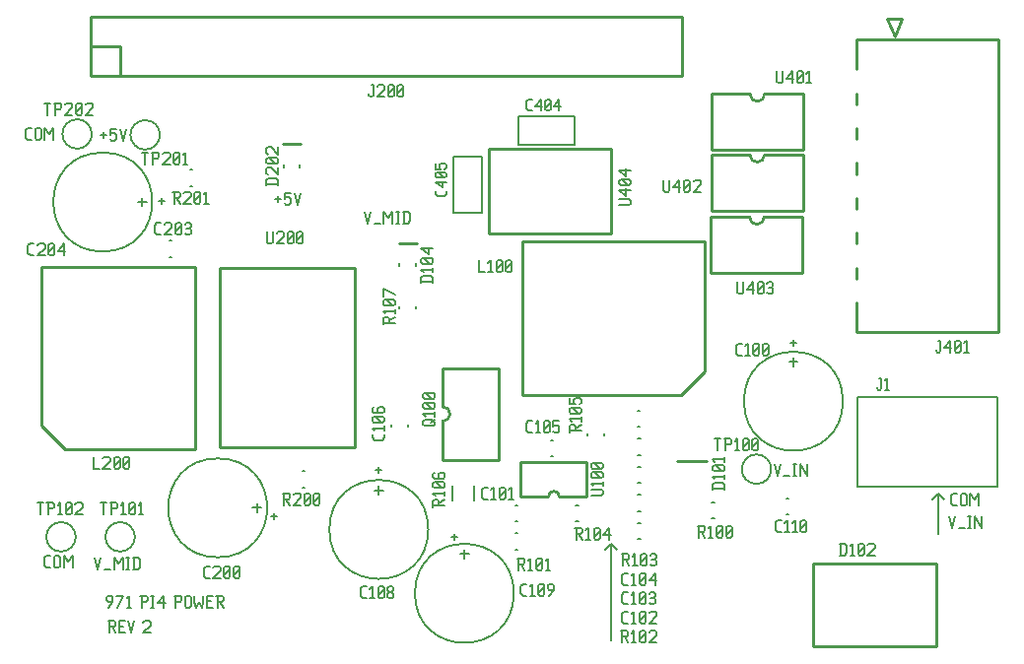
<source format=gbr>
G04 start of page 10 for group -4079 idx -4079 *
G04 Title: RspPiPS, topsilk *
G04 Creator: pcb 4.0.2 *
G04 CreationDate: Thu Dec 16 04:25:21 2021 UTC *
G04 For: austin *
G04 Format: Gerber/RS-274X *
G04 PCB-Dimensions (mil): 10000.00 10000.00 *
G04 PCB-Coordinate-Origin: lower left *
%MOIN*%
%FSLAX25Y25*%
%LNTOPSILK*%
%ADD108C,0.0050*%
%ADD107C,0.0080*%
%ADD106C,0.0060*%
%ADD105C,0.0100*%
G54D105*X234500Y729000D02*X240500D01*
X273884Y695409D02*X279884D01*
G54D106*X345500Y561000D02*Y593500D01*
X343500Y591500D01*
X345500Y593500D02*X347500Y591500D01*
X456193Y596942D02*Y610721D01*
X454224Y608753D01*
X456193Y610721D02*X458161Y608753D01*
G54D107*X230500Y603000D02*X232500D01*
X231500Y604000D02*Y602000D01*
X192500Y709500D02*X194500D01*
X193500Y710500D02*Y708500D01*
X171000Y589000D02*X172000Y585000D01*
X173000Y589000D01*
X174200Y585000D02*X176200D01*
X177400Y589000D02*Y585000D01*
Y589000D02*X178900Y587000D01*
X180400Y589000D01*
Y585000D01*
X181600Y589000D02*X182600D01*
X182100D02*Y585000D01*
X181600D02*X182600D01*
X184300Y589000D02*Y585000D01*
X185600Y589000D02*X186300Y588300D01*
Y585700D01*
X185600Y585000D02*X186300Y585700D01*
X183800Y585000D02*X185600D01*
X183800Y589000D02*X185600D01*
X154700Y585500D02*X156000D01*
X154000Y586200D02*X154700Y585500D01*
X154000Y588800D02*Y586200D01*
Y588800D02*X154700Y589500D01*
X156000D01*
X157200Y589000D02*Y586000D01*
Y589000D02*X157700Y589500D01*
X158700D01*
X159200Y589000D01*
Y586000D01*
X158700Y585500D02*X159200Y586000D01*
X157700Y585500D02*X158700D01*
X157200Y586000D02*X157700Y585500D01*
X160400Y589500D02*Y585500D01*
Y589500D02*X161900Y587500D01*
X163400Y589500D01*
Y585500D01*
X266000Y618500D02*X268000D01*
X267000Y619500D02*Y617500D01*
X291500Y596000D02*X293500D01*
X292500Y597000D02*Y595000D01*
X406200Y661700D02*X408200D01*
X407200Y662700D02*Y660700D01*
X400811Y620630D02*X401811Y616630D01*
X402811Y620630D01*
X404011Y616630D02*X406011D01*
X407211Y620630D02*X408211D01*
X407711D02*Y616630D01*
X407211D02*X408211D01*
X409411Y620630D02*Y616630D01*
Y620630D02*X411911Y616630D01*
Y620630D02*Y616630D01*
X459866Y602913D02*X460866Y598913D01*
X461866Y602913D01*
X463066Y598913D02*X465066D01*
X466266Y602913D02*X467266D01*
X466766D02*Y598913D01*
X466266D02*X467266D01*
X468466Y602913D02*Y598913D01*
Y602913D02*X470966Y598913D01*
Y602913D02*Y598913D01*
X461342Y606567D02*X462642D01*
X460642Y607267D02*X461342Y606567D01*
X460642Y609867D02*Y607267D01*
Y609867D02*X461342Y610567D01*
X462642D01*
X463842Y610067D02*Y607067D01*
Y610067D02*X464342Y610567D01*
X465342D01*
X465842Y610067D01*
Y607067D01*
X465342Y606567D02*X465842Y607067D01*
X464342Y606567D02*X465342D01*
X463842Y607067D02*X464342Y606567D01*
X467042Y610567D02*Y606567D01*
Y610567D02*X468542Y608567D01*
X470042Y610567D01*
Y606567D01*
X173000Y732000D02*X175000D01*
X174000Y733000D02*Y731000D01*
X176200Y734000D02*X178200D01*
X176200D02*Y732000D01*
X176700Y732500D01*
X177700D01*
X178200Y732000D01*
Y730500D01*
X177700Y730000D02*X178200Y730500D01*
X176700Y730000D02*X177700D01*
X176200Y730500D02*X176700Y730000D01*
X179400Y734000D02*X180400Y730000D01*
X181400Y734000D01*
X148239Y730394D02*X149539D01*
X147539Y731094D02*X148239Y730394D01*
X147539Y733694D02*Y731094D01*
Y733694D02*X148239Y734394D01*
X149539D01*
X150739Y733894D02*Y730894D01*
Y733894D02*X151239Y734394D01*
X152239D01*
X152739Y733894D01*
Y730894D01*
X152239Y730394D02*X152739Y730894D01*
X151239Y730394D02*X152239D01*
X150739Y730894D02*X151239Y730394D01*
X153939Y734394D02*Y730394D01*
Y734394D02*X155439Y732394D01*
X156939Y734394D01*
Y730394D01*
X232002Y710393D02*X234002D01*
X233002Y711393D02*Y709393D01*
X235202Y712393D02*X237202D01*
X235202D02*Y710393D01*
X235702Y710893D01*
X236702D01*
X237202Y710393D01*
Y708893D01*
X236702Y708393D02*X237202Y708893D01*
X235702Y708393D02*X236702D01*
X235202Y708893D02*X235702Y708393D01*
X238402Y712393D02*X239402Y708393D01*
X240402Y712393D01*
X262312Y706112D02*X263312Y702112D01*
X264312Y706112D01*
X265512Y702112D02*X267512D01*
X268712Y706112D02*Y702112D01*
Y706112D02*X270212Y704112D01*
X271712Y706112D01*
Y702112D01*
X272912Y706112D02*X273912D01*
X273412D02*Y702112D01*
X272912D02*X273912D01*
X275612Y706112D02*Y702112D01*
X276912Y706112D02*X277612Y705412D01*
Y702812D01*
X276912Y702112D02*X277612Y702812D01*
X275112Y702112D02*X276912D01*
X275112Y706112D02*X276912D01*
X348270Y708300D02*X351665D01*
X352150Y708785D01*
Y709755D02*Y708785D01*
Y709755D02*X351665Y710240D01*
X348270D02*X351665D01*
X350695Y711404D02*X348270Y713344D01*
X350695Y713829D02*Y711404D01*
X348270Y713344D02*X352150D01*
X351665Y714993D02*X352150Y715478D01*
X348755Y714993D02*X351665D01*
X348755D02*X348270Y715478D01*
Y716448D02*Y715478D01*
Y716448D02*X348755Y716933D01*
X351665D01*
X352150Y716448D02*X351665Y716933D01*
X352150Y716448D02*Y715478D01*
X351180Y714993D02*X349240Y716933D01*
X350695Y718097D02*X348270Y720037D01*
X350695Y720522D02*Y718097D01*
X348270Y720037D02*X352150D01*
X175429Y567567D02*X177429D01*
X177929Y567067D01*
Y566067D01*
X177429Y565567D02*X177929Y566067D01*
X175929Y565567D02*X177429D01*
X175929Y567567D02*Y563567D01*
X176729Y565567D02*X177929Y563567D01*
X179129Y565767D02*X180629D01*
X179129Y563567D02*X181129D01*
X179129Y567567D02*Y563567D01*
Y567567D02*X181129D01*
X182329D02*X183329Y563567D01*
X184329Y567567D01*
X187329Y567067D02*X187829Y567567D01*
X189329D01*
X189829Y567067D01*
Y566067D01*
X187329Y563567D02*X189829Y566067D01*
X187329Y563567D02*X189829D01*
X175429Y572067D02*X176929Y574067D01*
Y575567D02*Y574067D01*
X176429Y576067D02*X176929Y575567D01*
X175429Y576067D02*X176429D01*
X174929Y575567D02*X175429Y576067D01*
X174929Y575567D02*Y574567D01*
X175429Y574067D01*
X176929D01*
X178629Y572067D02*X180629Y576067D01*
X178129D02*X180629D01*
X181829Y575267D02*X182629Y576067D01*
Y572067D01*
X181829D02*X183329D01*
X186829Y576067D02*Y572067D01*
X186329Y576067D02*X188329D01*
X188829Y575567D01*
Y574567D01*
X188329Y574067D02*X188829Y574567D01*
X186829Y574067D02*X188329D01*
X190029Y576067D02*X191029D01*
X190529D02*Y572067D01*
X190029D02*X191029D01*
X192229Y573567D02*X194229Y576067D01*
X192229Y573567D02*X194729D01*
X194229Y576067D02*Y572067D01*
X198229Y576067D02*Y572067D01*
X197729Y576067D02*X199729D01*
X200229Y575567D01*
Y574567D01*
X199729Y574067D02*X200229Y574567D01*
X198229Y574067D02*X199729D01*
X201429Y575567D02*Y572567D01*
Y575567D02*X201929Y576067D01*
X202929D01*
X203429Y575567D01*
Y572567D01*
X202929Y572067D02*X203429Y572567D01*
X201929Y572067D02*X202929D01*
X201429Y572567D02*X201929Y572067D01*
X204629Y576067D02*Y574067D01*
X205129Y572067D01*
X206129Y574067D01*
X207129Y572067D01*
X207629Y574067D01*
Y576067D02*Y574067D01*
X208829Y574267D02*X210329D01*
X208829Y572067D02*X210829D01*
X208829Y576067D02*Y572067D01*
Y576067D02*X210829D01*
X212029D02*X214029D01*
X214529Y575567D01*
Y574567D01*
X214029Y574067D02*X214529Y574567D01*
X212529Y574067D02*X214029D01*
X212529Y576067D02*Y572067D01*
X213329Y574067D02*X214529Y572067D01*
X185457Y709276D02*X188409D01*
X186933Y710752D02*Y707799D01*
X173646Y692543D02*G75*G03X173646Y692543I0J16732D01*G01*
X196107Y690745D02*X196893D01*
X196107Y696255D02*X196893D01*
G54D106*X164961Y727283D02*G75*G03X169961Y732283I0J5000D01*G01*
G75*G03X164961Y737283I-5000J0D01*G01*
G75*G03X159961Y732283I0J-5000D01*G01*
G75*G03X164961Y727283I5000J0D01*G01*
X188000Y727000D02*G75*G03X193000Y732000I0J5000D01*G01*
G75*G03X188000Y737000I-5000J0D01*G01*
G75*G03X183000Y732000I0J-5000D01*G01*
G75*G03X188000Y727000I5000J0D01*G01*
X159500Y591000D02*G75*G03X164500Y596000I0J5000D01*G01*
G75*G03X159500Y601000I-5000J0D01*G01*
G75*G03X154500Y596000I0J-5000D01*G01*
G75*G03X159500Y591000I5000J0D01*G01*
G54D105*X160890Y625594D02*X204984D01*
X153016Y687406D02*X204984D01*
Y625594D01*
X153016Y687406D02*Y633469D01*
X160890Y625594D02*X153016Y633469D01*
G54D107*X234788Y721850D02*Y721064D01*
X240298Y721850D02*Y721064D01*
X203150Y714745D02*X203936D01*
X203150Y720255D02*X203936D01*
X224346Y605799D02*X227299D01*
X225823Y607276D02*Y604323D01*
X212535Y589067D02*G75*G03X212535Y589067I0J16732D01*G01*
X241064Y612745D02*X241850D01*
X241064Y618255D02*X241850D01*
G54D106*X179500Y591000D02*G75*G03X184500Y596000I0J5000D01*G01*
G75*G03X179500Y601000I-5000J0D01*G01*
G75*G03X174500Y596000I0J-5000D01*G01*
G75*G03X179500Y591000I5000J0D01*G01*
G54D107*X379607Y607755D02*X380393D01*
X379607Y602245D02*X380393D01*
G54D105*X368000Y621600D02*X378000D01*
G54D107*X354607Y595245D02*X355393D01*
X354607Y600755D02*X355393D01*
X354607Y604745D02*X355393D01*
X354607Y610255D02*X355393D01*
X354607Y623745D02*X355393D01*
X354607Y629255D02*X355393D01*
X354607Y614245D02*X355393D01*
X354607Y619755D02*X355393D01*
G54D106*X394736Y613866D02*G75*G03X399736Y618866I0J5000D01*G01*
G75*G03X394736Y623866I-5000J0D01*G01*
G75*G03X389736Y618866I0J-5000D01*G01*
G75*G03X394736Y613866I5000J0D01*G01*
G54D107*X428862Y643236D02*Y612921D01*
Y643236D02*X476106D01*
Y612921D01*
X428862D02*X476106D01*
G54D105*X413939Y586811D02*X455539D01*
X413939D02*Y558811D01*
X455539D01*
Y586811D02*Y558811D01*
G54D107*X404843Y609121D02*X405629D01*
X404843Y603611D02*X405629D01*
X407236Y656630D02*Y653677D01*
X405760Y655154D02*X408713D01*
X423969Y641866D02*G75*G03X423969Y641866I-16732J0D01*G01*
X267000Y613264D02*Y610311D01*
X265524Y611787D02*X268476D01*
X283732Y598500D02*G75*G03X283732Y598500I-16732J0D01*G01*
X295949Y591642D02*Y588689D01*
X294472Y590165D02*X297425D01*
X312681Y576878D02*G75*G03X312681Y576878I-16732J0D01*G01*
X276755Y633979D02*Y633193D01*
X271245Y633979D02*Y633193D01*
X279527Y673988D02*Y673202D01*
X274017Y673988D02*Y673202D01*
Y688555D02*Y687769D01*
X279527Y688555D02*Y687769D01*
G54D105*X213250Y626450D02*X258750D01*
X213250D02*Y687000D01*
X258750Y626450D02*Y687000D01*
X213250D02*X258750D01*
X288543Y622049D02*X307543D01*
Y653049D02*Y622049D01*
X288543Y653049D02*X307543D01*
X288543Y635049D02*Y622049D01*
Y653049D02*Y640049D01*
Y635049D02*G75*G03X288543Y640049I0J2500D01*G01*
G54D107*X291772Y613126D02*Y608402D01*
X299252Y613126D02*Y608402D01*
X313107Y606755D02*X313893D01*
X313107Y601245D02*X313893D01*
G54D105*X328123Y609512D02*X337323D01*
X315023D02*X324323D01*
X315023Y621312D02*Y609512D01*
Y621312D02*X337323D01*
Y609512D01*
X328123D02*G75*G03X324323Y609512I-1900J0D01*G01*
G54D107*X325193Y628755D02*X325979D01*
X325193Y623245D02*X325979D01*
X313107Y597255D02*X313893D01*
X313107Y591745D02*X313893D01*
X333607Y601245D02*X334393D01*
X333607Y606755D02*X334393D01*
X343212Y630936D02*Y630150D01*
X337702Y630936D02*Y630150D01*
X354457Y638755D02*X355243D01*
X354457Y633245D02*X355243D01*
G54D105*X377244Y695984D02*Y651890D01*
X315433Y695984D02*Y644016D01*
Y695984D02*X377244D01*
X315433Y644016D02*X369370D01*
X377244Y651890D02*X369370Y644016D01*
X304098Y727192D02*X345498D01*
X304098D02*Y698692D01*
X345498D01*
Y727192D02*Y698692D01*
G54D108*X301935Y724461D02*Y705461D01*
X292335D02*X301935D01*
X292335Y724461D02*Y705461D01*
Y724461D02*X301935D01*
X314113Y738165D02*X333113D01*
Y728565D01*
X314113D01*
Y738165D01*
G54D105*X169700Y751800D02*X369700D01*
Y771800D02*Y751800D01*
X169700Y771800D02*X369700D01*
X169700D02*Y751800D01*
X179700Y761800D02*Y751800D01*
X169700Y761800D02*X179700D01*
X441461Y765220D02*X438961Y771220D01*
X443961D01*
X441461Y765220D01*
X428390Y665205D02*X476579D01*
Y764220D02*Y665205D01*
X428390Y764220D02*X476579D01*
X428390D02*Y754207D01*
Y746085D02*Y742396D01*
Y734274D02*Y730585D01*
Y722463D02*Y718774D01*
Y710652D02*Y706963D01*
Y698841D02*Y695152D01*
Y687030D02*Y683341D01*
Y675219D02*Y665205D01*
X379368Y704244D02*Y685244D01*
X410368D01*
Y704244D01*
X379368D02*X392368D01*
X410368D02*X397368D01*
X392368D02*G75*G03X397368Y704244I2500J0D01*G01*
X379516Y725303D02*Y706303D01*
X410516D01*
Y725303D01*
X379516D02*X392516D01*
X410516D02*X397516D01*
X392516D02*G75*G03X397516Y725303I2500J0D01*G01*
X379516Y745858D02*Y726858D01*
X410516D01*
Y745858D01*
X379516D02*X392516D01*
X410516D02*X397516D01*
X392516D02*G75*G03X397516Y745858I2500J0D01*G01*
G54D107*X401616Y753558D02*Y750058D01*
X402116Y749558D01*
X403116D01*
X403616Y750058D01*
Y753558D02*Y750058D01*
X404816Y751058D02*X406816Y753558D01*
X404816Y751058D02*X407316D01*
X406816Y753558D02*Y749558D01*
X408516Y750058D02*X409016Y749558D01*
X408516Y753058D02*Y750058D01*
Y753058D02*X409016Y753558D01*
X410016D01*
X410516Y753058D01*
Y750058D01*
X410016Y749558D02*X410516Y750058D01*
X409016Y749558D02*X410016D01*
X408516Y750558D02*X410516Y752558D01*
X411716Y752758D02*X412516Y753558D01*
Y749558D01*
X411716D02*X413216D01*
X388268Y682144D02*Y678644D01*
X388768Y678144D01*
X389768D01*
X390268Y678644D01*
Y682144D02*Y678644D01*
X391468Y679644D02*X393468Y682144D01*
X391468Y679644D02*X393968D01*
X393468Y682144D02*Y678144D01*
X395168Y678644D02*X395668Y678144D01*
X395168Y681644D02*Y678644D01*
Y681644D02*X395668Y682144D01*
X396668D01*
X397168Y681644D01*
Y678644D01*
X396668Y678144D02*X397168Y678644D01*
X395668Y678144D02*X396668D01*
X395168Y679144D02*X397168Y681144D01*
X398368Y681644D02*X398868Y682144D01*
X399868D01*
X400368Y681644D01*
X399868Y678144D02*X400368Y678644D01*
X398868Y678144D02*X399868D01*
X398368Y678644D02*X398868Y678144D01*
Y680344D02*X399868D01*
X400368Y681644D02*Y680844D01*
Y679844D02*Y678644D01*
Y679844D02*X399868Y680344D01*
X400368Y680844D02*X399868Y680344D01*
X363316Y716703D02*Y713203D01*
X363816Y712703D01*
X364816D01*
X365316Y713203D01*
Y716703D02*Y713203D01*
X366516Y714203D02*X368516Y716703D01*
X366516Y714203D02*X369016D01*
X368516Y716703D02*Y712703D01*
X370216Y713203D02*X370716Y712703D01*
X370216Y716203D02*Y713203D01*
Y716203D02*X370716Y716703D01*
X371716D01*
X372216Y716203D01*
Y713203D01*
X371716Y712703D02*X372216Y713203D01*
X370716Y712703D02*X371716D01*
X370216Y713703D02*X372216Y715703D01*
X373416Y716203D02*X373916Y716703D01*
X375416D01*
X375916Y716203D01*
Y715203D01*
X373416Y712703D02*X375916Y715203D01*
X373416Y712703D02*X375916D01*
X388436Y657366D02*X389736D01*
X387736Y658066D02*X388436Y657366D01*
X387736Y660666D02*Y658066D01*
Y660666D02*X388436Y661366D01*
X389736D01*
X390936Y660566D02*X391736Y661366D01*
Y657366D01*
X390936D02*X392436D01*
X393636Y657866D02*X394136Y657366D01*
X393636Y660866D02*Y657866D01*
Y660866D02*X394136Y661366D01*
X395136D01*
X395636Y660866D01*
Y657866D01*
X395136Y657366D02*X395636Y657866D01*
X394136Y657366D02*X395136D01*
X393636Y658366D02*X395636Y660366D01*
X396836Y657866D02*X397336Y657366D01*
X396836Y660866D02*Y657866D01*
Y660866D02*X397336Y661366D01*
X398336D01*
X398836Y660866D01*
Y657866D01*
X398336Y657366D02*X398836Y657866D01*
X397336Y657366D02*X398336D01*
X396836Y658366D02*X398836Y660366D01*
X374850Y599650D02*X376850D01*
X377350Y599150D01*
Y598150D01*
X376850Y597650D02*X377350Y598150D01*
X375350Y597650D02*X376850D01*
X375350Y599650D02*Y595650D01*
X376150Y597650D02*X377350Y595650D01*
X378550Y598850D02*X379350Y599650D01*
Y595650D01*
X378550D02*X380050D01*
X381250Y596150D02*X381750Y595650D01*
X381250Y599150D02*Y596150D01*
Y599150D02*X381750Y599650D01*
X382750D01*
X383250Y599150D01*
Y596150D01*
X382750Y595650D02*X383250Y596150D01*
X381750Y595650D02*X382750D01*
X381250Y596650D02*X383250Y598650D01*
X384450Y596150D02*X384950Y595650D01*
X384450Y599150D02*Y596150D01*
Y599150D02*X384950Y599650D01*
X385950D01*
X386450Y599150D01*
Y596150D01*
X385950Y595650D02*X386450Y596150D01*
X384950Y595650D02*X385950D01*
X384450Y596650D02*X386450Y598650D01*
X423247Y593777D02*Y589777D01*
X424547Y593777D02*X425247Y593077D01*
Y590477D01*
X424547Y589777D02*X425247Y590477D01*
X422747Y589777D02*X424547D01*
X422747Y593777D02*X424547D01*
X426447Y592977D02*X427247Y593777D01*
Y589777D01*
X426447D02*X427947D01*
X429147Y590277D02*X429647Y589777D01*
X429147Y593277D02*Y590277D01*
Y593277D02*X429647Y593777D01*
X430647D01*
X431147Y593277D01*
Y590277D01*
X430647Y589777D02*X431147Y590277D01*
X429647Y589777D02*X430647D01*
X429147Y590777D02*X431147Y592777D01*
X432347Y593277D02*X432847Y593777D01*
X434347D01*
X434847Y593277D01*
Y592277D01*
X432347Y589777D02*X434847Y592277D01*
X432347Y589777D02*X434847D01*
X401786Y597516D02*X403086D01*
X401086Y598216D02*X401786Y597516D01*
X401086Y600816D02*Y598216D01*
Y600816D02*X401786Y601516D01*
X403086D01*
X404286Y600716D02*X405086Y601516D01*
Y597516D01*
X404286D02*X405786D01*
X406986Y600716D02*X407786Y601516D01*
Y597516D01*
X406986D02*X408486D01*
X409686Y598016D02*X410186Y597516D01*
X409686Y601016D02*Y598016D01*
Y601016D02*X410186Y601516D01*
X411186D01*
X411686Y601016D01*
Y598016D01*
X411186Y597516D02*X411686Y598016D01*
X410186Y597516D02*X411186D01*
X409686Y598516D02*X411686Y600516D01*
X302550Y608650D02*X303850D01*
X301850Y609350D02*X302550Y608650D01*
X301850Y611950D02*Y609350D01*
Y611950D02*X302550Y612650D01*
X303850D01*
X305050Y611850D02*X305850Y612650D01*
Y608650D01*
X305050D02*X306550D01*
X307750Y609150D02*X308250Y608650D01*
X307750Y612150D02*Y609150D01*
Y612150D02*X308250Y612650D01*
X309250D01*
X309750Y612150D01*
Y609150D01*
X309250Y608650D02*X309750Y609150D01*
X308250Y608650D02*X309250D01*
X307750Y609650D02*X309750Y611650D01*
X310950Y611850D02*X311750Y612650D01*
Y608650D01*
X310950D02*X312450D01*
X333350Y599050D02*X335350D01*
X335850Y598550D01*
Y597550D01*
X335350Y597050D02*X335850Y597550D01*
X333850Y597050D02*X335350D01*
X333850Y599050D02*Y595050D01*
X334650Y597050D02*X335850Y595050D01*
X337050Y598250D02*X337850Y599050D01*
Y595050D01*
X337050D02*X338550D01*
X339750Y595550D02*X340250Y595050D01*
X339750Y598550D02*Y595550D01*
Y598550D02*X340250Y599050D01*
X341250D01*
X341750Y598550D01*
Y595550D01*
X341250Y595050D02*X341750Y595550D01*
X340250Y595050D02*X341250D01*
X339750Y596050D02*X341750Y598050D01*
X342950Y596550D02*X344950Y599050D01*
X342950Y596550D02*X345450D01*
X344950Y599050D02*Y595050D01*
X348850Y564150D02*X350850D01*
X351350Y563650D01*
Y562650D01*
X350850Y562150D02*X351350Y562650D01*
X349350Y562150D02*X350850D01*
X349350Y564150D02*Y560150D01*
X350150Y562150D02*X351350Y560150D01*
X352550Y563350D02*X353350Y564150D01*
Y560150D01*
X352550D02*X354050D01*
X355250Y560650D02*X355750Y560150D01*
X355250Y563650D02*Y560650D01*
Y563650D02*X355750Y564150D01*
X356750D01*
X357250Y563650D01*
Y560650D01*
X356750Y560150D02*X357250Y560650D01*
X355750Y560150D02*X356750D01*
X355250Y561150D02*X357250Y563150D01*
X358450Y563650D02*X358950Y564150D01*
X360450D01*
X360950Y563650D01*
Y562650D01*
X358450Y560150D02*X360950Y562650D01*
X358450Y560150D02*X360950D01*
X350050Y566650D02*X351350D01*
X349350Y567350D02*X350050Y566650D01*
X349350Y569950D02*Y567350D01*
Y569950D02*X350050Y570650D01*
X351350D01*
X352550Y569850D02*X353350Y570650D01*
Y566650D01*
X352550D02*X354050D01*
X355250Y567150D02*X355750Y566650D01*
X355250Y570150D02*Y567150D01*
Y570150D02*X355750Y570650D01*
X356750D01*
X357250Y570150D01*
Y567150D01*
X356750Y566650D02*X357250Y567150D01*
X355750Y566650D02*X356750D01*
X355250Y567650D02*X357250Y569650D01*
X358450Y570150D02*X358950Y570650D01*
X360450D01*
X360950Y570150D01*
Y569150D01*
X358450Y566650D02*X360950Y569150D01*
X358450Y566650D02*X360950D01*
X456142Y662304D02*X456942D01*
Y658804D01*
X456442Y658304D02*X456942Y658804D01*
X455942Y658304D02*X456442D01*
X455442Y658804D02*X455942Y658304D01*
X455442Y659304D02*Y658804D01*
X458142Y659804D02*X460142Y662304D01*
X458142Y659804D02*X460642D01*
X460142Y662304D02*Y658304D01*
X461842Y658804D02*X462342Y658304D01*
X461842Y661804D02*Y658804D01*
Y661804D02*X462342Y662304D01*
X463342D01*
X463842Y661804D01*
Y658804D01*
X463342Y658304D02*X463842Y658804D01*
X462342Y658304D02*X463342D01*
X461842Y659304D02*X463842Y661304D01*
X465042Y661504D02*X465842Y662304D01*
Y658304D01*
X465042D02*X466542D01*
X436158Y649664D02*X436958D01*
Y646164D01*
X436458Y645664D02*X436958Y646164D01*
X435958Y645664D02*X436458D01*
X435458Y646164D02*X435958Y645664D01*
X435458Y646664D02*Y646164D01*
X438158Y648864D02*X438958Y649664D01*
Y645664D01*
X438158D02*X439658D01*
X380583Y629240D02*X382583D01*
X381583D02*Y625240D01*
X384283Y629240D02*Y625240D01*
X383783Y629240D02*X385783D01*
X386283Y628740D01*
Y627740D01*
X385783Y627240D02*X386283Y627740D01*
X384283Y627240D02*X385783D01*
X387483Y628440D02*X388283Y629240D01*
Y625240D01*
X387483D02*X388983D01*
X390183Y625740D02*X390683Y625240D01*
X390183Y628740D02*Y625740D01*
Y628740D02*X390683Y629240D01*
X391683D01*
X392183Y628740D01*
Y625740D01*
X391683Y625240D02*X392183Y625740D01*
X390683Y625240D02*X391683D01*
X390183Y626240D02*X392183Y628240D01*
X393383Y625740D02*X393883Y625240D01*
X393383Y628740D02*Y625740D01*
Y628740D02*X393883Y629240D01*
X394883D01*
X395383Y628740D01*
Y625740D01*
X394883Y625240D02*X395383Y625740D01*
X393883Y625240D02*X394883D01*
X393383Y626240D02*X395383Y628240D01*
X153961Y742783D02*X155961D01*
X154961D02*Y738783D01*
X157661Y742783D02*Y738783D01*
X157161Y742783D02*X159161D01*
X159661Y742283D01*
Y741283D01*
X159161Y740783D02*X159661Y741283D01*
X157661Y740783D02*X159161D01*
X160861Y742283D02*X161361Y742783D01*
X162861D01*
X163361Y742283D01*
Y741283D01*
X160861Y738783D02*X163361Y741283D01*
X160861Y738783D02*X163361D01*
X164561Y739283D02*X165061Y738783D01*
X164561Y742283D02*Y739283D01*
Y742283D02*X165061Y742783D01*
X166061D01*
X166561Y742283D01*
Y739283D01*
X166061Y738783D02*X166561Y739283D01*
X165061Y738783D02*X166061D01*
X164561Y739783D02*X166561Y741783D01*
X167761Y742283D02*X168261Y742783D01*
X169761D01*
X170261Y742283D01*
Y741283D01*
X167761Y738783D02*X170261Y741283D01*
X167761Y738783D02*X170261D01*
X149076Y691254D02*X150376D01*
X148376Y691954D02*X149076Y691254D01*
X148376Y694554D02*Y691954D01*
Y694554D02*X149076Y695254D01*
X150376D01*
X151576Y694754D02*X152076Y695254D01*
X153576D01*
X154076Y694754D01*
Y693754D01*
X151576Y691254D02*X154076Y693754D01*
X151576Y691254D02*X154076D01*
X155276Y691754D02*X155776Y691254D01*
X155276Y694754D02*Y691754D01*
Y694754D02*X155776Y695254D01*
X156776D01*
X157276Y694754D01*
Y691754D01*
X156776Y691254D02*X157276Y691754D01*
X155776Y691254D02*X156776D01*
X155276Y692254D02*X157276Y694254D01*
X158476Y692754D02*X160476Y695254D01*
X158476Y692754D02*X160976D01*
X160476Y695254D02*Y691254D01*
X192050Y698150D02*X193350D01*
X191350Y698850D02*X192050Y698150D01*
X191350Y701450D02*Y698850D01*
Y701450D02*X192050Y702150D01*
X193350D01*
X194550Y701650D02*X195050Y702150D01*
X196550D01*
X197050Y701650D01*
Y700650D01*
X194550Y698150D02*X197050Y700650D01*
X194550Y698150D02*X197050D01*
X198250Y698650D02*X198750Y698150D01*
X198250Y701650D02*Y698650D01*
Y701650D02*X198750Y702150D01*
X199750D01*
X200250Y701650D01*
Y698650D01*
X199750Y698150D02*X200250Y698650D01*
X198750Y698150D02*X199750D01*
X198250Y699150D02*X200250Y701150D01*
X201450Y701650D02*X201950Y702150D01*
X202950D01*
X203450Y701650D01*
X202950Y698150D02*X203450Y698650D01*
X201950Y698150D02*X202950D01*
X201450Y698650D02*X201950Y698150D01*
Y700350D02*X202950D01*
X203450Y701650D02*Y700850D01*
Y699850D02*Y698650D01*
Y699850D02*X202950Y700350D01*
X203450Y700850D02*X202950Y700350D01*
X228893Y715307D02*X232893D01*
X228893Y716607D02*X229593Y717307D01*
X232193D01*
X232893Y716607D02*X232193Y717307D01*
X232893Y716607D02*Y714807D01*
X228893Y716607D02*Y714807D01*
X229393Y718507D02*X228893Y719007D01*
Y720507D02*Y719007D01*
Y720507D02*X229393Y721007D01*
X230393D01*
X232893Y718507D02*X230393Y721007D01*
X232893D02*Y718507D01*
X232393Y722207D02*X232893Y722707D01*
X229393Y722207D02*X232393D01*
X229393D02*X228893Y722707D01*
Y723707D02*Y722707D01*
Y723707D02*X229393Y724207D01*
X232393D01*
X232893Y723707D02*X232393Y724207D01*
X232893Y723707D02*Y722707D01*
X231893Y722207D02*X229893Y724207D01*
X229393Y725407D02*X228893Y725907D01*
Y727407D02*Y725907D01*
Y727407D02*X229393Y727907D01*
X230393D01*
X232893Y725407D02*X230393Y727907D01*
X232893D02*Y725407D01*
X197307Y712650D02*X199307D01*
X199807Y712150D01*
Y711150D01*
X199307Y710650D02*X199807Y711150D01*
X197807Y710650D02*X199307D01*
X197807Y712650D02*Y708650D01*
X198607Y710650D02*X199807Y708650D01*
X201007Y712150D02*X201507Y712650D01*
X203007D01*
X203507Y712150D01*
Y711150D01*
X201007Y708650D02*X203507Y711150D01*
X201007Y708650D02*X203507D01*
X204707Y709150D02*X205207Y708650D01*
X204707Y712150D02*Y709150D01*
Y712150D02*X205207Y712650D01*
X206207D01*
X206707Y712150D01*
Y709150D01*
X206207Y708650D02*X206707Y709150D01*
X205207Y708650D02*X206207D01*
X204707Y709650D02*X206707Y711650D01*
X207907Y711850D02*X208707Y712650D01*
Y708650D01*
X207907D02*X209407D01*
X187000Y726000D02*X189000D01*
X188000D02*Y722000D01*
X190700Y726000D02*Y722000D01*
X190200Y726000D02*X192200D01*
X192700Y725500D01*
Y724500D01*
X192200Y724000D02*X192700Y724500D01*
X190700Y724000D02*X192200D01*
X193900Y725500D02*X194400Y726000D01*
X195900D01*
X196400Y725500D01*
Y724500D01*
X193900Y722000D02*X196400Y724500D01*
X193900Y722000D02*X196400D01*
X197600Y722500D02*X198100Y722000D01*
X197600Y725500D02*Y722500D01*
Y725500D02*X198100Y726000D01*
X199100D01*
X199600Y725500D01*
Y722500D01*
X199100Y722000D02*X199600Y722500D01*
X198100Y722000D02*X199100D01*
X197600Y723000D02*X199600Y725000D01*
X200800Y725200D02*X201600Y726000D01*
Y722000D01*
X200800D02*X202300D01*
X229200Y699175D02*Y695675D01*
X229700Y695175D01*
X230700D01*
X231200Y695675D01*
Y699175D02*Y695675D01*
X232400Y698675D02*X232900Y699175D01*
X234400D01*
X234900Y698675D01*
Y697675D01*
X232400Y695175D02*X234900Y697675D01*
X232400Y695175D02*X234900D01*
X236100Y695675D02*X236600Y695175D01*
X236100Y698675D02*Y695675D01*
Y698675D02*X236600Y699175D01*
X237600D01*
X238100Y698675D01*
Y695675D01*
X237600Y695175D02*X238100Y695675D01*
X236600Y695175D02*X237600D01*
X236100Y696175D02*X238100Y698175D01*
X239300Y695675D02*X239800Y695175D01*
X239300Y698675D02*Y695675D01*
Y698675D02*X239800Y699175D01*
X240800D01*
X241300Y698675D01*
Y695675D01*
X240800Y695175D02*X241300Y695675D01*
X239800Y695175D02*X240800D01*
X239300Y696175D02*X241300Y698175D01*
X208499Y581965D02*X209799D01*
X207799Y582665D02*X208499Y581965D01*
X207799Y585265D02*Y582665D01*
Y585265D02*X208499Y585965D01*
X209799D01*
X210999Y585465D02*X211499Y585965D01*
X212999D01*
X213499Y585465D01*
Y584465D01*
X210999Y581965D02*X213499Y584465D01*
X210999Y581965D02*X213499D01*
X214699Y582465D02*X215199Y581965D01*
X214699Y585465D02*Y582465D01*
Y585465D02*X215199Y585965D01*
X216199D01*
X216699Y585465D01*
Y582465D01*
X216199Y581965D02*X216699Y582465D01*
X215199Y581965D02*X216199D01*
X214699Y582965D02*X216699Y584965D01*
X217899Y582465D02*X218399Y581965D01*
X217899Y585465D02*Y582465D01*
Y585465D02*X218399Y585965D01*
X219399D01*
X219899Y585465D01*
Y582465D01*
X219399Y581965D02*X219899Y582465D01*
X218399Y581965D02*X219399D01*
X217899Y582965D02*X219899Y584965D01*
X170500Y623000D02*Y619000D01*
X172500D01*
X173700Y622500D02*X174200Y623000D01*
X175700D01*
X176200Y622500D01*
Y621500D01*
X173700Y619000D02*X176200Y621500D01*
X173700Y619000D02*X176200D01*
X177400Y619500D02*X177900Y619000D01*
X177400Y622500D02*Y619500D01*
Y622500D02*X177900Y623000D01*
X178900D01*
X179400Y622500D01*
Y619500D01*
X178900Y619000D02*X179400Y619500D01*
X177900Y619000D02*X178900D01*
X177400Y620000D02*X179400Y622000D01*
X180600Y619500D02*X181100Y619000D01*
X180600Y622500D02*Y619500D01*
Y622500D02*X181100Y623000D01*
X182100D01*
X182600Y622500D01*
Y619500D01*
X182100Y619000D02*X182600Y619500D01*
X181100Y619000D02*X182100D01*
X180600Y620000D02*X182600Y622000D01*
X173000Y607500D02*X175000D01*
X174000D02*Y603500D01*
X176700Y607500D02*Y603500D01*
X176200Y607500D02*X178200D01*
X178700Y607000D01*
Y606000D01*
X178200Y605500D02*X178700Y606000D01*
X176700Y605500D02*X178200D01*
X179900Y606700D02*X180700Y607500D01*
Y603500D01*
X179900D02*X181400D01*
X182600Y604000D02*X183100Y603500D01*
X182600Y607000D02*Y604000D01*
Y607000D02*X183100Y607500D01*
X184100D01*
X184600Y607000D01*
Y604000D01*
X184100Y603500D02*X184600Y604000D01*
X183100Y603500D02*X184100D01*
X182600Y604500D02*X184600Y606500D01*
X185800Y606700D02*X186600Y607500D01*
Y603500D01*
X185800D02*X187300D01*
X234393Y610650D02*X236393D01*
X236893Y610150D01*
Y609150D01*
X236393Y608650D02*X236893Y609150D01*
X234893Y608650D02*X236393D01*
X234893Y610650D02*Y606650D01*
X235693Y608650D02*X236893Y606650D01*
X238093Y610150D02*X238593Y610650D01*
X240093D01*
X240593Y610150D01*
Y609150D01*
X238093Y606650D02*X240593Y609150D01*
X238093Y606650D02*X240593D01*
X241793Y607150D02*X242293Y606650D01*
X241793Y610150D02*Y607150D01*
Y610150D02*X242293Y610650D01*
X243293D01*
X243793Y610150D01*
Y607150D01*
X243293Y606650D02*X243793Y607150D01*
X242293Y606650D02*X243293D01*
X241793Y607650D02*X243793Y609650D01*
X244993Y607150D02*X245493Y606650D01*
X244993Y610150D02*Y607150D01*
Y610150D02*X245493Y610650D01*
X246493D01*
X246993Y610150D01*
Y607150D01*
X246493Y606650D02*X246993Y607150D01*
X245493Y606650D02*X246493D01*
X244993Y607650D02*X246993Y609650D01*
X151500Y607500D02*X153500D01*
X152500D02*Y603500D01*
X155200Y607500D02*Y603500D01*
X154700Y607500D02*X156700D01*
X157200Y607000D01*
Y606000D01*
X156700Y605500D02*X157200Y606000D01*
X155200Y605500D02*X156700D01*
X158400Y606700D02*X159200Y607500D01*
Y603500D01*
X158400D02*X159900D01*
X161100Y604000D02*X161600Y603500D01*
X161100Y607000D02*Y604000D01*
Y607000D02*X161600Y607500D01*
X162600D01*
X163100Y607000D01*
Y604000D01*
X162600Y603500D02*X163100Y604000D01*
X161600Y603500D02*X162600D01*
X161100Y604500D02*X163100Y606500D01*
X164300Y607000D02*X164800Y607500D01*
X166300D01*
X166800Y607000D01*
Y606000D01*
X164300Y603500D02*X166800Y606000D01*
X164300Y603500D02*X166800D01*
X282543Y633549D02*X285543D01*
X282543D02*X282043Y634049D01*
Y635049D02*Y634049D01*
Y635049D02*X282543Y635549D01*
X285043D01*
X286043Y634549D02*X285043Y635549D01*
X286043Y634549D02*Y634049D01*
X285543Y633549D02*X286043Y634049D01*
X284543Y634549D02*X286043Y635549D01*
X282843Y636749D02*X282043Y637549D01*
X286043D01*
Y638249D02*Y636749D01*
X285543Y639449D02*X286043Y639949D01*
X282543Y639449D02*X285543D01*
X282543D02*X282043Y639949D01*
Y640949D02*Y639949D01*
Y640949D02*X282543Y641449D01*
X285543D01*
X286043Y640949D02*X285543Y641449D01*
X286043Y640949D02*Y639949D01*
X285043Y639449D02*X283043Y641449D01*
X285543Y642649D02*X286043Y643149D01*
X282543Y642649D02*X285543D01*
X282543D02*X282043Y643149D01*
Y644149D02*Y643149D01*
Y644149D02*X282543Y644649D01*
X285543D01*
X286043Y644149D02*X285543Y644649D01*
X286043Y644149D02*Y643149D01*
X285043Y642649D02*X283043Y644649D01*
X261543Y575161D02*X262843D01*
X260843Y575861D02*X261543Y575161D01*
X260843Y578461D02*Y575861D01*
Y578461D02*X261543Y579161D01*
X262843D01*
X264043Y578361D02*X264843Y579161D01*
Y575161D01*
X264043D02*X265543D01*
X266743Y575661D02*X267243Y575161D01*
X266743Y578661D02*Y575661D01*
Y578661D02*X267243Y579161D01*
X268243D01*
X268743Y578661D01*
Y575661D01*
X268243Y575161D02*X268743Y575661D01*
X267243Y575161D02*X268243D01*
X266743Y576161D02*X268743Y578161D01*
X269943Y575661D02*X270443Y575161D01*
X269943Y576461D02*Y575661D01*
Y576461D02*X270643Y577161D01*
X271243D01*
X271943Y576461D01*
Y575661D01*
X271443Y575161D02*X271943Y575661D01*
X270443Y575161D02*X271443D01*
X269943Y577861D02*X270643Y577161D01*
X269943Y578661D02*Y577861D01*
Y578661D02*X270443Y579161D01*
X271443D01*
X271943Y578661D01*
Y577861D01*
X271243Y577161D02*X271943Y577861D01*
X268850Y630764D02*Y629464D01*
X268150Y628764D02*X268850Y629464D01*
X265550Y628764D02*X268150D01*
X265550D02*X264850Y629464D01*
Y630764D02*Y629464D01*
X265650Y631964D02*X264850Y632764D01*
X268850D01*
Y633464D02*Y631964D01*
X268350Y634664D02*X268850Y635164D01*
X265350Y634664D02*X268350D01*
X265350D02*X264850Y635164D01*
Y636164D02*Y635164D01*
Y636164D02*X265350Y636664D01*
X268350D01*
X268850Y636164D02*X268350Y636664D01*
X268850Y636164D02*Y635164D01*
X267850Y634664D02*X265850Y636664D01*
X264850Y639364D02*X265350Y639864D01*
X264850Y639364D02*Y638364D01*
X265350Y637864D02*X264850Y638364D01*
X265350Y637864D02*X268350D01*
X268850Y638364D01*
X266650Y639364D02*X267150Y639864D01*
X266650Y639364D02*Y637864D01*
X268850Y639364D02*Y638364D01*
Y639364D02*X268350Y639864D01*
X267150D02*X268350D01*
X285362Y608114D02*Y606114D01*
Y608114D02*X285862Y608614D01*
X286862D01*
X287362Y608114D02*X286862Y608614D01*
X287362Y608114D02*Y606614D01*
X285362D02*X289362D01*
X287362Y607414D02*X289362Y608614D01*
X286162Y609814D02*X285362Y610614D01*
X289362D01*
Y611314D02*Y609814D01*
X288862Y612514D02*X289362Y613014D01*
X285862Y612514D02*X288862D01*
X285862D02*X285362Y613014D01*
Y614014D02*Y613014D01*
Y614014D02*X285862Y614514D01*
X288862D01*
X289362Y614014D02*X288862Y614514D01*
X289362Y614014D02*Y613014D01*
X288362Y612514D02*X286362Y614514D01*
X285362Y617214D02*X285862Y617714D01*
X285362Y617214D02*Y616214D01*
X285862Y615714D02*X285362Y616214D01*
X285862Y615714D02*X288862D01*
X289362Y616214D01*
X287162Y617214D02*X287662Y617714D01*
X287162Y617214D02*Y615714D01*
X289362Y617214D02*Y616214D01*
Y617214D02*X288862Y617714D01*
X287662D02*X288862D01*
X338823Y610012D02*X342323D01*
X342823Y610512D01*
Y611512D02*Y610512D01*
Y611512D02*X342323Y612012D01*
X338823D02*X342323D01*
X339623Y613212D02*X338823Y614012D01*
X342823D01*
Y614712D02*Y613212D01*
X342323Y615912D02*X342823Y616412D01*
X339323Y615912D02*X342323D01*
X339323D02*X338823Y616412D01*
Y617412D02*Y616412D01*
Y617412D02*X339323Y617912D01*
X342323D01*
X342823Y617412D02*X342323Y617912D01*
X342823Y617412D02*Y616412D01*
X341823Y615912D02*X339823Y617912D01*
X342323Y619112D02*X342823Y619612D01*
X339323Y619112D02*X342323D01*
X339323D02*X338823Y619612D01*
Y620612D02*Y619612D01*
Y620612D02*X339323Y621112D01*
X342323D01*
X342823Y620612D02*X342323Y621112D01*
X342823Y620612D02*Y619612D01*
X341823Y619112D02*X339823Y621112D01*
X317636Y631150D02*X318936D01*
X316936Y631850D02*X317636Y631150D01*
X316936Y634450D02*Y631850D01*
Y634450D02*X317636Y635150D01*
X318936D01*
X320136Y634350D02*X320936Y635150D01*
Y631150D01*
X320136D02*X321636D01*
X322836Y631650D02*X323336Y631150D01*
X322836Y634650D02*Y631650D01*
Y634650D02*X323336Y635150D01*
X324336D01*
X324836Y634650D01*
Y631650D01*
X324336Y631150D02*X324836Y631650D01*
X323336Y631150D02*X324336D01*
X322836Y632150D02*X324836Y634150D01*
X326036Y635150D02*X328036D01*
X326036D02*Y633150D01*
X326536Y633650D01*
X327536D01*
X328036Y633150D01*
Y631650D01*
X327536Y631150D02*X328036Y631650D01*
X326536Y631150D02*X327536D01*
X326036Y631650D02*X326536Y631150D01*
X350050Y579650D02*X351350D01*
X349350Y580350D02*X350050Y579650D01*
X349350Y582950D02*Y580350D01*
Y582950D02*X350050Y583650D01*
X351350D01*
X352550Y582850D02*X353350Y583650D01*
Y579650D01*
X352550D02*X354050D01*
X355250Y580150D02*X355750Y579650D01*
X355250Y583150D02*Y580150D01*
Y583150D02*X355750Y583650D01*
X356750D01*
X357250Y583150D01*
Y580150D01*
X356750Y579650D02*X357250Y580150D01*
X355750Y579650D02*X356750D01*
X355250Y580650D02*X357250Y582650D01*
X358450Y581150D02*X360450Y583650D01*
X358450Y581150D02*X360950D01*
X360450Y583650D02*Y579650D01*
X350050Y573150D02*X351350D01*
X349350Y573850D02*X350050Y573150D01*
X349350Y576450D02*Y573850D01*
Y576450D02*X350050Y577150D01*
X351350D01*
X352550Y576350D02*X353350Y577150D01*
Y573150D01*
X352550D02*X354050D01*
X355250Y573650D02*X355750Y573150D01*
X355250Y576650D02*Y573650D01*
Y576650D02*X355750Y577150D01*
X356750D01*
X357250Y576650D01*
Y573650D01*
X356750Y573150D02*X357250Y573650D01*
X355750Y573150D02*X356750D01*
X355250Y574150D02*X357250Y576150D01*
X358450Y576650D02*X358950Y577150D01*
X359950D01*
X360450Y576650D01*
X359950Y573150D02*X360450Y573650D01*
X358950Y573150D02*X359950D01*
X358450Y573650D02*X358950Y573150D01*
Y575350D02*X359950D01*
X360450Y576650D02*Y575850D01*
Y574850D02*Y573650D01*
Y574850D02*X359950Y575350D01*
X360450Y575850D02*X359950Y575350D01*
X313850Y588650D02*X315850D01*
X316350Y588150D01*
Y587150D01*
X315850Y586650D02*X316350Y587150D01*
X314350Y586650D02*X315850D01*
X314350Y588650D02*Y584650D01*
X315150Y586650D02*X316350Y584650D01*
X317550Y587850D02*X318350Y588650D01*
Y584650D01*
X317550D02*X319050D01*
X320250Y585150D02*X320750Y584650D01*
X320250Y588150D02*Y585150D01*
Y588150D02*X320750Y588650D01*
X321750D01*
X322250Y588150D01*
Y585150D01*
X321750Y584650D02*X322250Y585150D01*
X320750Y584650D02*X321750D01*
X320250Y585650D02*X322250Y587650D01*
X323450Y587850D02*X324250Y588650D01*
Y584650D01*
X323450D02*X324950D01*
X315751Y576122D02*X317051D01*
X315051Y576822D02*X315751Y576122D01*
X315051Y579422D02*Y576822D01*
Y579422D02*X315751Y580122D01*
X317051D01*
X318251Y579322D02*X319051Y580122D01*
Y576122D01*
X318251D02*X319751D01*
X320951Y576622D02*X321451Y576122D01*
X320951Y579622D02*Y576622D01*
Y579622D02*X321451Y580122D01*
X322451D01*
X322951Y579622D01*
Y576622D01*
X322451Y576122D02*X322951Y576622D01*
X321451Y576122D02*X322451D01*
X320951Y577122D02*X322951Y579122D01*
X324651Y576122D02*X326151Y578122D01*
Y579622D02*Y578122D01*
X325651Y580122D02*X326151Y579622D01*
X324651Y580122D02*X325651D01*
X324151Y579622D02*X324651Y580122D01*
X324151Y579622D02*Y578622D01*
X324651Y578122D01*
X326151D01*
X349200Y590150D02*X351200D01*
X351700Y589650D01*
Y588650D01*
X351200Y588150D02*X351700Y588650D01*
X349700Y588150D02*X351200D01*
X349700Y590150D02*Y586150D01*
X350500Y588150D02*X351700Y586150D01*
X352900Y589350D02*X353700Y590150D01*
Y586150D01*
X352900D02*X354400D01*
X355600Y586650D02*X356100Y586150D01*
X355600Y589650D02*Y586650D01*
Y589650D02*X356100Y590150D01*
X357100D01*
X357600Y589650D01*
Y586650D01*
X357100Y586150D02*X357600Y586650D01*
X356100Y586150D02*X357100D01*
X355600Y587150D02*X357600Y589150D01*
X358800Y589650D02*X359300Y590150D01*
X360300D01*
X360800Y589650D01*
X360300Y586150D02*X360800Y586650D01*
X359300Y586150D02*X360300D01*
X358800Y586650D02*X359300Y586150D01*
Y588350D02*X360300D01*
X360800Y589650D02*Y588850D01*
Y587850D02*Y586650D01*
Y587850D02*X360300Y588350D01*
X360800Y588850D02*X360300Y588350D01*
X379900Y612300D02*X383900D01*
X379900Y613600D02*X380600Y614300D01*
X383200D01*
X383900Y613600D02*X383200Y614300D01*
X383900Y613600D02*Y611800D01*
X379900Y613600D02*Y611800D01*
X380700Y615500D02*X379900Y616300D01*
X383900D01*
Y617000D02*Y615500D01*
X383400Y618200D02*X383900Y618700D01*
X380400Y618200D02*X383400D01*
X380400D02*X379900Y618700D01*
Y619700D02*Y618700D01*
Y619700D02*X380400Y620200D01*
X383400D01*
X383900Y619700D02*X383400Y620200D01*
X383900Y619700D02*Y618700D01*
X382900Y618200D02*X380900Y620200D01*
X380700Y621400D02*X379900Y622200D01*
X383900D01*
Y622900D02*Y621400D01*
X268478Y669855D02*Y667855D01*
Y669855D02*X268978Y670355D01*
X269978D01*
X270478Y669855D02*X269978Y670355D01*
X270478Y669855D02*Y668355D01*
X268478D02*X272478D01*
X270478Y669155D02*X272478Y670355D01*
X269278Y671555D02*X268478Y672355D01*
X272478D01*
Y673055D02*Y671555D01*
X271978Y674255D02*X272478Y674755D01*
X268978Y674255D02*X271978D01*
X268978D02*X268478Y674755D01*
Y675755D02*Y674755D01*
Y675755D02*X268978Y676255D01*
X271978D01*
X272478Y675755D02*X271978Y676255D01*
X272478Y675755D02*Y674755D01*
X271478Y674255D02*X269478Y676255D01*
X272478Y677955D02*X268478Y679955D01*
Y677455D01*
X281322Y682412D02*X285322D01*
X281322Y683712D02*X282022Y684412D01*
X284622D01*
X285322Y683712D02*X284622Y684412D01*
X285322Y683712D02*Y681912D01*
X281322Y683712D02*Y681912D01*
X282122Y685612D02*X281322Y686412D01*
X285322D01*
Y687112D02*Y685612D01*
X284822Y688312D02*X285322Y688812D01*
X281822Y688312D02*X284822D01*
X281822D02*X281322Y688812D01*
Y689812D02*Y688812D01*
Y689812D02*X281822Y690312D01*
X284822D01*
X285322Y689812D02*X284822Y690312D01*
X285322Y689812D02*Y688812D01*
X284322Y688312D02*X282322Y690312D01*
X283822Y691512D02*X281322Y693512D01*
X283822Y694012D02*Y691512D01*
X281322Y693512D02*X285322D01*
X331393Y633307D02*Y631307D01*
Y633307D02*X331893Y633807D01*
X332893D01*
X333393Y633307D02*X332893Y633807D01*
X333393Y633307D02*Y631807D01*
X331393D02*X335393D01*
X333393Y632607D02*X335393Y633807D01*
X332193Y635007D02*X331393Y635807D01*
X335393D01*
Y636507D02*Y635007D01*
X334893Y637707D02*X335393Y638207D01*
X331893Y637707D02*X334893D01*
X331893D02*X331393Y638207D01*
Y639207D02*Y638207D01*
Y639207D02*X331893Y639707D01*
X334893D01*
X335393Y639207D02*X334893Y639707D01*
X335393Y639207D02*Y638207D01*
X334393Y637707D02*X332393Y639707D01*
X331393Y642907D02*Y640907D01*
X333393D01*
X332893Y641407D01*
Y642407D02*Y641407D01*
Y642407D02*X333393Y642907D01*
X334893D01*
X335393Y642407D02*X334893Y642907D01*
X335393Y642407D02*Y641407D01*
X334893Y640907D02*X335393Y641407D01*
X300839Y689500D02*Y685500D01*
X302839D01*
X304039Y688700D02*X304839Y689500D01*
Y685500D01*
X304039D02*X305539D01*
X306739Y686000D02*X307239Y685500D01*
X306739Y689000D02*Y686000D01*
Y689000D02*X307239Y689500D01*
X308239D01*
X308739Y689000D01*
Y686000D01*
X308239Y685500D02*X308739Y686000D01*
X307239Y685500D02*X308239D01*
X306739Y686500D02*X308739Y688500D01*
X309939Y686000D02*X310439Y685500D01*
X309939Y689000D02*Y686000D01*
Y689000D02*X310439Y689500D01*
X311439D01*
X311939Y689000D01*
Y686000D01*
X311439Y685500D02*X311939Y686000D01*
X310439Y685500D02*X311439D01*
X309939Y686500D02*X311939Y688500D01*
X264400Y748800D02*X265200D01*
Y745300D01*
X264700Y744800D02*X265200Y745300D01*
X264200Y744800D02*X264700D01*
X263700Y745300D02*X264200Y744800D01*
X263700Y745800D02*Y745300D01*
X266400Y748300D02*X266900Y748800D01*
X268400D01*
X268900Y748300D01*
Y747300D01*
X266400Y744800D02*X268900Y747300D01*
X266400Y744800D02*X268900D01*
X270100Y745300D02*X270600Y744800D01*
X270100Y748300D02*Y745300D01*
Y748300D02*X270600Y748800D01*
X271600D01*
X272100Y748300D01*
Y745300D01*
X271600Y744800D02*X272100Y745300D01*
X270600Y744800D02*X271600D01*
X270100Y745800D02*X272100Y747800D01*
X273300Y745300D02*X273800Y744800D01*
X273300Y748300D02*Y745300D01*
Y748300D02*X273800Y748800D01*
X274800D01*
X275300Y748300D01*
Y745300D01*
X274800Y744800D02*X275300Y745300D01*
X273800Y744800D02*X274800D01*
X273300Y745800D02*X275300Y747800D01*
X289815Y713059D02*Y711876D01*
X289178Y711239D02*X289815Y711876D01*
X286812Y711239D02*X289178D01*
X286812D02*X286175Y711876D01*
Y713059D02*Y711876D01*
X288450Y714151D02*X286175Y715971D01*
X288450Y716426D02*Y714151D01*
X286175Y715971D02*X289815D01*
X289360Y717518D02*X289815Y717973D01*
X286630Y717518D02*X289360D01*
X286630D02*X286175Y717973D01*
Y718883D02*Y717973D01*
Y718883D02*X286630Y719338D01*
X289360D01*
X289815Y718883D02*X289360Y719338D01*
X289815Y718883D02*Y717973D01*
X288905Y717518D02*X287085Y719338D01*
X286175Y722250D02*Y720430D01*
X287995D01*
X287540Y720885D01*
Y721795D02*Y720885D01*
Y721795D02*X287995Y722250D01*
X289360D01*
X289815Y721795D02*X289360Y722250D01*
X289815Y721795D02*Y720885D01*
X289360Y720430D02*X289815Y720885D01*
X317650Y740215D02*X318833D01*
X317013Y740852D02*X317650Y740215D01*
X317013Y743218D02*Y740852D01*
Y743218D02*X317650Y743855D01*
X318833D01*
X319925Y741580D02*X321745Y743855D01*
X319925Y741580D02*X322200D01*
X321745Y743855D02*Y740215D01*
X323292Y740670D02*X323747Y740215D01*
X323292Y743400D02*Y740670D01*
Y743400D02*X323747Y743855D01*
X324657D01*
X325112Y743400D01*
Y740670D01*
X324657Y740215D02*X325112Y740670D01*
X323747Y740215D02*X324657D01*
X323292Y741125D02*X325112Y742945D01*
X326204Y741580D02*X328024Y743855D01*
X326204Y741580D02*X328479D01*
X328024Y743855D02*Y740215D01*
M02*

</source>
